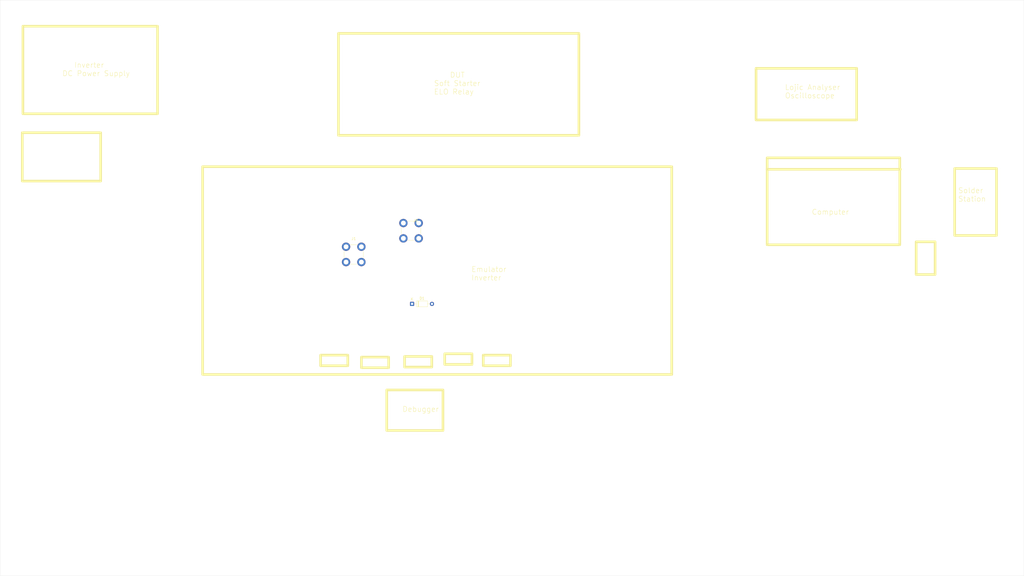
<source format=kicad_pcb>
(kicad_pcb (version 20241229) (generator "pcbnew") (generator_version "9.0")
  (layers (0 "F.Cu" signal) (2 "B.Cu" signal) (13 "F.Paste" user) (15 "B.Paste" user) (5 "F.SilkS" user "F.Silkscreen") (7 "B.SilkS" user "B.Silkscreen") (1 "F.Mask" user) (3 "B.Mask" user) (25 "Edge.Cuts" user))
  (net 0 "")
  (net 1 "GND")
  (net 2 "try")
  (footprint "TerminalBlock_Wuerth:Wuerth_REDCUBE-THR_WP-THRSH_74651175_THR" (layer "F.Cu") (at 170.5 101.5)
    (property "Reference" "J9" (at 1.685 -3.815 0) (layer "F.SilkS"))
    (property "Value" "Screw_Terminal_01x01" (hide yes))
    (fp_line (start -3.7 1.2) (end -3.7 -1.2) (stroke (width 0.12)) (layer "F.SilkS"))
    (fp_line (start -1.2 -3.7) (end 1.2 -3.7) (stroke (width 0.12)) (layer "F.SilkS"))
    (fp_line (start 1.2 3.7) (end -1.2 3.7) (stroke (width 0.12)) (layer "F.SilkS"))
    (fp_line (start 3.7 -1.2) (end 3.7 1.2) (stroke (width 0.12)) (layer "F.SilkS"))
    (pad "1" thru_hole circle (at -2.935 -2.935) (size 3.2 3.2) (drill 1.85) (layers "*.Cu" "*.Mask") (net 1 "GND"))
    (pad "1" thru_hole circle (at -2.935 2.935) (size 3.2 3.2) (drill 1.85) (layers "*.Cu" "*.Mask") (net 1 "GND"))
    (pad "1" thru_hole circle (at 2.935 -2.935) (size 3.2 3.2) (drill 1.85) (layers "*.Cu" "*.Mask") (net 1 "GND"))
    (pad "1" thru_hole circle (at 2.935 2.935) (size 3.2 3.2) (drill 1.85) (layers "*.Cu" "*.Mask") (net 1 "GND"))
  )
  (footprint "Diode_THT:D_DO-35_SOD27_P7.62mm_Horizontal" (layer "F.Cu") (at 170.88 129.5)
    (property "Reference" "D1" (at 3.81 -2.12 0) (layer "F.SilkS"))
    (property "Value" "1N914")
    (fp_line (start 1.04 0) (end 1.69 0) (stroke (width 0.12)) (layer "F.SilkS"))
    (fp_line (start 2.29 -1.12) (end 2.29 1.12) (stroke (width 0.12)) (layer "F.SilkS"))
    (fp_line (start 2.41 -1.12) (end 2.41 1.12) (stroke (width 0.12)) (layer "F.SilkS"))
    (fp_line (start 2.53 -1.12) (end 2.53 1.12) (stroke (width 0.12)) (layer "F.SilkS"))
    (fp_line (start 6.58 0) (end 5.93 0) (stroke (width 0.12)) (layer "F.SilkS"))
    (fp_rect (start 1.69 -1.12) (end 5.93 1.12) (stroke (width 0.12)) (fill no) (layer "F.SilkS"))
    (fp_text user "K" (at 0 -1.8 0) (layer "F.SilkS"))
    (pad "1" thru_hole roundrect (at 0 0) (size 1.6 1.6) (drill 0.8) (layers "*.Cu" "*.Mask") (roundrect_rratio 0.15625) (net 2 "try"))
    (pad "2" thru_hole circle (at 7.62 0) (size 1.6 1.6) (drill 0.8) (layers "*.Cu" "*.Mask") (net 1 "GND"))
  )
  (footprint "TerminalBlock_Wuerth:Wuerth_REDCUBE-THR_WP-THRSH_74651175_THR" (layer "F.Cu") (at 148.565 110.565)
    (property "Reference" "J1" (at 0 -6 0) (layer "F.SilkS"))
    (property "Value" "Screw_Terminal_01x01")
    (fp_line (start -3.7 1.2) (end -3.7 -1.2) (stroke (width 0.12)) (layer "F.SilkS"))
    (fp_line (start -1.2 -3.7) (end 1.2 -3.7) (stroke (width 0.12)) (layer "F.SilkS"))
    (fp_line (start 1.2 3.7) (end -1.2 3.7) (stroke (width 0.12)) (layer "F.SilkS"))
    (fp_line (start 3.7 -1.2) (end 3.7 1.2) (stroke (width 0.12)) (layer "F.SilkS"))
    (pad "1" thru_hole circle (at -2.935 -2.935) (size 3.2 3.2) (drill 1.85) (layers "*.Cu" "*.Mask") (net 2 "try"))
    (pad "1" thru_hole circle (at -2.935 2.935) (size 3.2 3.2) (drill 1.85) (layers "*.Cu" "*.Mask") (net 2 "try"))
    (pad "1" thru_hole circle (at 2.935 -2.935) (size 3.2 3.2) (drill 1.85) (layers "*.Cu" "*.Mask") (net 2 "try"))
    (pad "1" thru_hole circle (at 2.935 2.935) (size 3.2 3.2) (drill 1.85) (layers "*.Cu" "*.Mask") (net 2 "try"))
  )
  (gr_rect (start 302.5 39.375) (end 341 59.125) (stroke (width 1)) (fill no) (layer "F.SilkS"))
  (gr_rect (start 151.511 149.857) (end 161.925 153.927) (stroke (width 1)) (fill no) (layer "F.SilkS"))
  (gr_rect (start 21.75 64) (end 51.75 82.5) (stroke (width 1)) (fill no) (layer "F.SilkS"))
  (gr_rect (start 161.208 162.43) (end 182.708 177.93) (stroke (width 1)) (fill no) (layer "F.SilkS"))
  (gr_rect (start 22 23.25) (end 73.5 56.75) (stroke (width 1)) (fill no) (layer "F.SilkS"))
  (gr_rect (start 306.75 73.625) (end 357.5 106.875) (stroke (width 1)) (fill no) (layer "F.SilkS"))
  (gr_rect (start 378.5 77.6875) (end 394.5 103.3125) (stroke (width 1)) (fill no) (layer "F.SilkS"))
  (gr_rect (start 142.7246 26) (end 234.7246 65) (stroke (width 1)) (fill no) (layer "F.SilkS"))
  (gr_rect (start 363.75 105.75) (end 371 118.25) (stroke (width 1)) (fill no) (layer "F.SilkS"))
  (gr_rect (start 90.75 77) (end 270.25 156.5) (stroke (width 1)) (fill no) (layer "F.SilkS"))
  (gr_line (start 306.75 78) (end 357.75 78) (stroke (width 1)) (layer "F.SilkS"))
  (gr_rect (start 183.388 148.587) (end 193.802 152.657) (stroke (width 1)) (fill no) (layer "F.SilkS"))
  (gr_rect (start 198.12 149.095) (end 208.534 153.165) (stroke (width 1)) (fill no) (layer "F.SilkS"))
  (gr_rect (start 135.89 149.098) (end 146.304 153.168) (stroke (width 1)) (fill no) (layer "F.SilkS"))
  (gr_rect (start 168.021 149.603) (end 178.435 153.673) (stroke (width 1)) (fill no) (layer "F.SilkS"))
  (gr_rect (start 73.5 56.75) (end 73.5254 56.7754) (stroke (width 0.05)) (fill no) (layer "Edge.Cuts"))
  (gr_rect (start 13.25 13.25) (end 405 233.5) (stroke (width 0.05)) (fill no) (layer "Edge.Cuts"))
  (gr_rect (start 234.7246 64.75) (end 234.75 65) (stroke (width 0.05)) (fill no) (layer "Edge.Cuts"))
  (gr_text "    DUT\nSoft Starter\nELO Relay" (at 179.2246 49.5 0) (layer "F.SilkS") (effects (font (size 2 2)) (justify left bottom)))
  (gr_text "Solder\nStation" (at 379.75 90.5 0) (layer "F.SilkS") (effects (font (size 2 2)) (justify left bottom)))
  (gr_text "Emulator\nInverter" (at 193.548 120.65 0) (layer "F.SilkS") (effects (font (size 2 2)) (justify left bottom)))
  (gr_text "   Inverter \nDC Power Supply" (at 37 42.5 0) (layer "F.SilkS") (effects (font (size 2 2)) (justify left bottom)))
  (gr_text "Debugger" (at 167.132 170.942 0) (layer "F.SilkS") (effects (font (size 2 2)) (justify left bottom)))
  (gr_text "Lojic Analyser\nOscilloscope" (at 313.5 51 0) (layer "F.SilkS") (effects (font (size 2 2)) (justify left bottom)))
  (gr_text "Computer" (at 323.75 95.5 0) (layer "F.SilkS") (effects (font (size 2 2)) (justify left bottom)))
)
</source>
